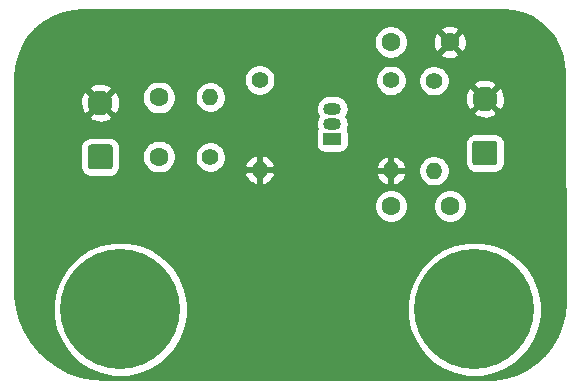
<source format=gbr>
%TF.GenerationSoftware,KiCad,Pcbnew,(5.1.7)-1*%
%TF.CreationDate,2020-12-16T00:37:39+02:00*%
%TF.ProjectId,Single_transistor_AMP,53696e67-6c65-45f7-9472-616e73697374,V1.0*%
%TF.SameCoordinates,Original*%
%TF.FileFunction,Copper,L2,Bot*%
%TF.FilePolarity,Positive*%
%FSLAX46Y46*%
G04 Gerber Fmt 4.6, Leading zero omitted, Abs format (unit mm)*
G04 Created by KiCad (PCBNEW (5.1.7)-1) date 2020-12-16 00:37:39*
%MOMM*%
%LPD*%
G01*
G04 APERTURE LIST*
%TA.AperFunction,ComponentPad*%
%ADD10C,1.600000*%
%TD*%
%TA.AperFunction,ComponentPad*%
%ADD11C,2.100000*%
%TD*%
%TA.AperFunction,ComponentPad*%
%ADD12O,1.500000X1.050000*%
%TD*%
%TA.AperFunction,ComponentPad*%
%ADD13R,1.500000X1.050000*%
%TD*%
%TA.AperFunction,ComponentPad*%
%ADD14C,1.400000*%
%TD*%
%TA.AperFunction,ComponentPad*%
%ADD15O,1.400000X1.400000*%
%TD*%
%TA.AperFunction,ComponentPad*%
%ADD16C,10.160000*%
%TD*%
%TA.AperFunction,Conductor*%
%ADD17C,0.254000*%
%TD*%
%TA.AperFunction,Conductor*%
%ADD18C,0.100000*%
%TD*%
G04 APERTURE END LIST*
D10*
%TO.P,C1,1*%
%TO.N,Net-(C1-Pad1)*%
X136245600Y-95326200D03*
%TO.P,C1,2*%
%TO.N,Net-(C1-Pad2)*%
X136245600Y-100326200D03*
%TD*%
%TO.P,C2,2*%
%TO.N,Net-(C2-Pad2)*%
X155883600Y-90627200D03*
%TO.P,C2,1*%
%TO.N,GND*%
X160883600Y-90627200D03*
%TD*%
%TO.P,C3,1*%
%TO.N,Net-(C3-Pad1)*%
X160909000Y-104521000D03*
%TO.P,C3,2*%
%TO.N,Net-(C3-Pad2)*%
X155909000Y-104521000D03*
%TD*%
%TO.P,P1,1*%
%TO.N,Net-(C1-Pad2)*%
%TA.AperFunction,ComponentPad*%
G36*
G01*
X132092600Y-101405400D02*
X130492600Y-101405400D01*
G75*
G02*
X130242600Y-101155400I0J250000D01*
G01*
X130242600Y-99555400D01*
G75*
G02*
X130492600Y-99305400I250000J0D01*
G01*
X132092600Y-99305400D01*
G75*
G02*
X132342600Y-99555400I0J-250000D01*
G01*
X132342600Y-101155400D01*
G75*
G02*
X132092600Y-101405400I-250000J0D01*
G01*
G37*
%TD.AperFunction*%
D11*
%TO.P,P1,2*%
%TO.N,GND*%
X131292600Y-95755400D03*
%TD*%
%TO.P,P2,2*%
%TO.N,GND*%
X163855400Y-95425200D03*
%TO.P,P2,1*%
%TO.N,Net-(C3-Pad1)*%
%TA.AperFunction,ComponentPad*%
G36*
G01*
X164655400Y-101075200D02*
X163055400Y-101075200D01*
G75*
G02*
X162805400Y-100825200I0J250000D01*
G01*
X162805400Y-99225200D01*
G75*
G02*
X163055400Y-98975200I250000J0D01*
G01*
X164655400Y-98975200D01*
G75*
G02*
X164905400Y-99225200I0J-250000D01*
G01*
X164905400Y-100825200D01*
G75*
G02*
X164655400Y-101075200I-250000J0D01*
G01*
G37*
%TD.AperFunction*%
%TD*%
D12*
%TO.P,Q1,2*%
%TO.N,Net-(C1-Pad1)*%
X150926800Y-97561400D03*
%TO.P,Q1,3*%
%TO.N,Net-(C2-Pad2)*%
X150926800Y-96291400D03*
D13*
%TO.P,Q1,1*%
%TO.N,Net-(C3-Pad2)*%
X150926800Y-98831400D03*
%TD*%
D14*
%TO.P,R1,1*%
%TO.N,+12V*%
X140614400Y-100380800D03*
D15*
%TO.P,R1,2*%
%TO.N,Net-(C1-Pad1)*%
X140614400Y-95300800D03*
%TD*%
D14*
%TO.P,R2,1*%
%TO.N,Net-(C1-Pad1)*%
X144780000Y-93827600D03*
D15*
%TO.P,R2,2*%
%TO.N,GND*%
X144780000Y-101447600D03*
%TD*%
%TO.P,R3,2*%
%TO.N,Net-(C3-Pad2)*%
X159537400Y-101523800D03*
D14*
%TO.P,R3,1*%
%TO.N,+12V*%
X159537400Y-93903800D03*
%TD*%
%TO.P,R4,1*%
%TO.N,Net-(C2-Pad2)*%
X155905200Y-93878400D03*
D15*
%TO.P,R4,2*%
%TO.N,GND*%
X155905200Y-101498400D03*
%TD*%
D16*
%TO.P,P3,1*%
%TO.N,+12V*%
X132996400Y-113258600D03*
%TO.P,P3,2*%
%TO.N,Earth*%
X162966400Y-113258600D03*
%TD*%
D17*
%TO.N,GND*%
X166221248Y-88005839D02*
X167040474Y-88211615D01*
X167815105Y-88548434D01*
X168524314Y-89007242D01*
X169149073Y-89575728D01*
X169672585Y-90238611D01*
X170080809Y-90978106D01*
X170362769Y-91774336D01*
X170512930Y-92617335D01*
X170536081Y-93108267D01*
X170637584Y-112661017D01*
X170555493Y-113648715D01*
X170332890Y-114593997D01*
X169973004Y-115496005D01*
X169483754Y-116334900D01*
X168875877Y-117092270D01*
X168162726Y-117751473D01*
X167359978Y-118298022D01*
X166485269Y-118719911D01*
X165557792Y-119007881D01*
X164588246Y-119157089D01*
X163996559Y-119177201D01*
X131668024Y-119177188D01*
X130604286Y-119116323D01*
X129586113Y-118913338D01*
X128606102Y-118570627D01*
X127683332Y-118094864D01*
X126835754Y-117495305D01*
X126079860Y-116783615D01*
X125430378Y-115973660D01*
X124899938Y-115081191D01*
X124498867Y-114123584D01*
X124234972Y-113119480D01*
X124185003Y-112695722D01*
X127281400Y-112695722D01*
X127281400Y-113821478D01*
X127501025Y-114925604D01*
X127931833Y-115965667D01*
X128557270Y-116901700D01*
X129353300Y-117697730D01*
X130289333Y-118323167D01*
X131329396Y-118753975D01*
X132433522Y-118973600D01*
X133559278Y-118973600D01*
X134663404Y-118753975D01*
X135703467Y-118323167D01*
X136639500Y-117697730D01*
X137435530Y-116901700D01*
X138060967Y-115965667D01*
X138491775Y-114925604D01*
X138711400Y-113821478D01*
X138711400Y-112695722D01*
X157251400Y-112695722D01*
X157251400Y-113821478D01*
X157471025Y-114925604D01*
X157901833Y-115965667D01*
X158527270Y-116901700D01*
X159323300Y-117697730D01*
X160259333Y-118323167D01*
X161299396Y-118753975D01*
X162403522Y-118973600D01*
X163529278Y-118973600D01*
X164633404Y-118753975D01*
X165673467Y-118323167D01*
X166609500Y-117697730D01*
X167405530Y-116901700D01*
X168030967Y-115965667D01*
X168461775Y-114925604D01*
X168681400Y-113821478D01*
X168681400Y-112695722D01*
X168461775Y-111591596D01*
X168030967Y-110551533D01*
X167405530Y-109615500D01*
X166609500Y-108819470D01*
X165673467Y-108194033D01*
X164633404Y-107763225D01*
X163529278Y-107543600D01*
X162403522Y-107543600D01*
X161299396Y-107763225D01*
X160259333Y-108194033D01*
X159323300Y-108819470D01*
X158527270Y-109615500D01*
X157901833Y-110551533D01*
X157471025Y-111591596D01*
X157251400Y-112695722D01*
X138711400Y-112695722D01*
X138491775Y-111591596D01*
X138060967Y-110551533D01*
X137435530Y-109615500D01*
X136639500Y-108819470D01*
X135703467Y-108194033D01*
X134663404Y-107763225D01*
X133559278Y-107543600D01*
X132433522Y-107543600D01*
X131329396Y-107763225D01*
X130289333Y-108194033D01*
X129353300Y-108819470D01*
X128557270Y-109615500D01*
X127931833Y-110551533D01*
X127501025Y-111591596D01*
X127281400Y-112695722D01*
X124185003Y-112695722D01*
X124111362Y-112071221D01*
X124104000Y-111826284D01*
X124104000Y-104379665D01*
X154474000Y-104379665D01*
X154474000Y-104662335D01*
X154529147Y-104939574D01*
X154637320Y-105200727D01*
X154794363Y-105435759D01*
X154994241Y-105635637D01*
X155229273Y-105792680D01*
X155490426Y-105900853D01*
X155767665Y-105956000D01*
X156050335Y-105956000D01*
X156327574Y-105900853D01*
X156588727Y-105792680D01*
X156823759Y-105635637D01*
X157023637Y-105435759D01*
X157180680Y-105200727D01*
X157288853Y-104939574D01*
X157344000Y-104662335D01*
X157344000Y-104379665D01*
X159474000Y-104379665D01*
X159474000Y-104662335D01*
X159529147Y-104939574D01*
X159637320Y-105200727D01*
X159794363Y-105435759D01*
X159994241Y-105635637D01*
X160229273Y-105792680D01*
X160490426Y-105900853D01*
X160767665Y-105956000D01*
X161050335Y-105956000D01*
X161327574Y-105900853D01*
X161588727Y-105792680D01*
X161823759Y-105635637D01*
X162023637Y-105435759D01*
X162180680Y-105200727D01*
X162288853Y-104939574D01*
X162344000Y-104662335D01*
X162344000Y-104379665D01*
X162288853Y-104102426D01*
X162180680Y-103841273D01*
X162023637Y-103606241D01*
X161823759Y-103406363D01*
X161588727Y-103249320D01*
X161327574Y-103141147D01*
X161050335Y-103086000D01*
X160767665Y-103086000D01*
X160490426Y-103141147D01*
X160229273Y-103249320D01*
X159994241Y-103406363D01*
X159794363Y-103606241D01*
X159637320Y-103841273D01*
X159529147Y-104102426D01*
X159474000Y-104379665D01*
X157344000Y-104379665D01*
X157288853Y-104102426D01*
X157180680Y-103841273D01*
X157023637Y-103606241D01*
X156823759Y-103406363D01*
X156588727Y-103249320D01*
X156327574Y-103141147D01*
X156050335Y-103086000D01*
X155767665Y-103086000D01*
X155490426Y-103141147D01*
X155229273Y-103249320D01*
X154994241Y-103406363D01*
X154794363Y-103606241D01*
X154637320Y-103841273D01*
X154529147Y-104102426D01*
X154474000Y-104379665D01*
X124104000Y-104379665D01*
X124104000Y-99555400D01*
X129604528Y-99555400D01*
X129604528Y-101155400D01*
X129621592Y-101328654D01*
X129672128Y-101495250D01*
X129754195Y-101648786D01*
X129864638Y-101783362D01*
X129999214Y-101893805D01*
X130152750Y-101975872D01*
X130319346Y-102026408D01*
X130492600Y-102043472D01*
X132092600Y-102043472D01*
X132265854Y-102026408D01*
X132432450Y-101975872D01*
X132585986Y-101893805D01*
X132720562Y-101783362D01*
X132722557Y-101780930D01*
X143487278Y-101780930D01*
X143577147Y-102026723D01*
X143713241Y-102250260D01*
X143890330Y-102442951D01*
X144101608Y-102597392D01*
X144338956Y-102707647D01*
X144446671Y-102740316D01*
X144653000Y-102616974D01*
X144653000Y-101574600D01*
X144907000Y-101574600D01*
X144907000Y-102616974D01*
X145113329Y-102740316D01*
X145221044Y-102707647D01*
X145458392Y-102597392D01*
X145669670Y-102442951D01*
X145846759Y-102250260D01*
X145982853Y-102026723D01*
X146054148Y-101831730D01*
X154612478Y-101831730D01*
X154702347Y-102077523D01*
X154838441Y-102301060D01*
X155015530Y-102493751D01*
X155226808Y-102648192D01*
X155464156Y-102758447D01*
X155571871Y-102791116D01*
X155778200Y-102667774D01*
X155778200Y-101625400D01*
X156032200Y-101625400D01*
X156032200Y-102667774D01*
X156238529Y-102791116D01*
X156346244Y-102758447D01*
X156583592Y-102648192D01*
X156794870Y-102493751D01*
X156971959Y-102301060D01*
X157108053Y-102077523D01*
X157197922Y-101831730D01*
X157075401Y-101625400D01*
X156032200Y-101625400D01*
X155778200Y-101625400D01*
X154734999Y-101625400D01*
X154612478Y-101831730D01*
X146054148Y-101831730D01*
X146072722Y-101780930D01*
X145950201Y-101574600D01*
X144907000Y-101574600D01*
X144653000Y-101574600D01*
X143609799Y-101574600D01*
X143487278Y-101780930D01*
X132722557Y-101780930D01*
X132831005Y-101648786D01*
X132913072Y-101495250D01*
X132963608Y-101328654D01*
X132980672Y-101155400D01*
X132980672Y-100184865D01*
X134810600Y-100184865D01*
X134810600Y-100467535D01*
X134865747Y-100744774D01*
X134973920Y-101005927D01*
X135130963Y-101240959D01*
X135330841Y-101440837D01*
X135565873Y-101597880D01*
X135827026Y-101706053D01*
X136104265Y-101761200D01*
X136386935Y-101761200D01*
X136664174Y-101706053D01*
X136925327Y-101597880D01*
X137160359Y-101440837D01*
X137360237Y-101240959D01*
X137517280Y-101005927D01*
X137625453Y-100744774D01*
X137680600Y-100467535D01*
X137680600Y-100249314D01*
X139279400Y-100249314D01*
X139279400Y-100512286D01*
X139330704Y-100770205D01*
X139431339Y-101013159D01*
X139577438Y-101231813D01*
X139763387Y-101417762D01*
X139982041Y-101563861D01*
X140224995Y-101664496D01*
X140482914Y-101715800D01*
X140745886Y-101715800D01*
X141003805Y-101664496D01*
X141246759Y-101563861D01*
X141465413Y-101417762D01*
X141490861Y-101392314D01*
X158202400Y-101392314D01*
X158202400Y-101655286D01*
X158253704Y-101913205D01*
X158354339Y-102156159D01*
X158500438Y-102374813D01*
X158686387Y-102560762D01*
X158905041Y-102706861D01*
X159147995Y-102807496D01*
X159405914Y-102858800D01*
X159668886Y-102858800D01*
X159926805Y-102807496D01*
X160169759Y-102706861D01*
X160388413Y-102560762D01*
X160574362Y-102374813D01*
X160720461Y-102156159D01*
X160821096Y-101913205D01*
X160872400Y-101655286D01*
X160872400Y-101392314D01*
X160821096Y-101134395D01*
X160720461Y-100891441D01*
X160574362Y-100672787D01*
X160388413Y-100486838D01*
X160169759Y-100340739D01*
X159926805Y-100240104D01*
X159668886Y-100188800D01*
X159405914Y-100188800D01*
X159147995Y-100240104D01*
X158905041Y-100340739D01*
X158686387Y-100486838D01*
X158500438Y-100672787D01*
X158354339Y-100891441D01*
X158253704Y-101134395D01*
X158202400Y-101392314D01*
X141490861Y-101392314D01*
X141651362Y-101231813D01*
X141729901Y-101114270D01*
X143487278Y-101114270D01*
X143609799Y-101320600D01*
X144653000Y-101320600D01*
X144653000Y-100278226D01*
X144907000Y-100278226D01*
X144907000Y-101320600D01*
X145950201Y-101320600D01*
X146042556Y-101165070D01*
X154612478Y-101165070D01*
X154734999Y-101371400D01*
X155778200Y-101371400D01*
X155778200Y-100329026D01*
X156032200Y-100329026D01*
X156032200Y-101371400D01*
X157075401Y-101371400D01*
X157197922Y-101165070D01*
X157108053Y-100919277D01*
X156971959Y-100695740D01*
X156794870Y-100503049D01*
X156583592Y-100348608D01*
X156346244Y-100238353D01*
X156238529Y-100205684D01*
X156032200Y-100329026D01*
X155778200Y-100329026D01*
X155571871Y-100205684D01*
X155464156Y-100238353D01*
X155226808Y-100348608D01*
X155015530Y-100503049D01*
X154838441Y-100695740D01*
X154702347Y-100919277D01*
X154612478Y-101165070D01*
X146042556Y-101165070D01*
X146072722Y-101114270D01*
X145982853Y-100868477D01*
X145846759Y-100644940D01*
X145669670Y-100452249D01*
X145458392Y-100297808D01*
X145221044Y-100187553D01*
X145113329Y-100154884D01*
X144907000Y-100278226D01*
X144653000Y-100278226D01*
X144446671Y-100154884D01*
X144338956Y-100187553D01*
X144101608Y-100297808D01*
X143890330Y-100452249D01*
X143713241Y-100644940D01*
X143577147Y-100868477D01*
X143487278Y-101114270D01*
X141729901Y-101114270D01*
X141797461Y-101013159D01*
X141898096Y-100770205D01*
X141949400Y-100512286D01*
X141949400Y-100249314D01*
X141898096Y-99991395D01*
X141797461Y-99748441D01*
X141651362Y-99529787D01*
X141465413Y-99343838D01*
X141246759Y-99197739D01*
X141003805Y-99097104D01*
X140745886Y-99045800D01*
X140482914Y-99045800D01*
X140224995Y-99097104D01*
X139982041Y-99197739D01*
X139763387Y-99343838D01*
X139577438Y-99529787D01*
X139431339Y-99748441D01*
X139330704Y-99991395D01*
X139279400Y-100249314D01*
X137680600Y-100249314D01*
X137680600Y-100184865D01*
X137625453Y-99907626D01*
X137517280Y-99646473D01*
X137360237Y-99411441D01*
X137160359Y-99211563D01*
X136925327Y-99054520D01*
X136664174Y-98946347D01*
X136386935Y-98891200D01*
X136104265Y-98891200D01*
X135827026Y-98946347D01*
X135565873Y-99054520D01*
X135330841Y-99211563D01*
X135130963Y-99411441D01*
X134973920Y-99646473D01*
X134865747Y-99907626D01*
X134810600Y-100184865D01*
X132980672Y-100184865D01*
X132980672Y-99555400D01*
X132963608Y-99382146D01*
X132913072Y-99215550D01*
X132831005Y-99062014D01*
X132720562Y-98927438D01*
X132585986Y-98816995D01*
X132432450Y-98734928D01*
X132265854Y-98684392D01*
X132092600Y-98667328D01*
X130492600Y-98667328D01*
X130319346Y-98684392D01*
X130152750Y-98734928D01*
X129999214Y-98816995D01*
X129864638Y-98927438D01*
X129754195Y-99062014D01*
X129672128Y-99215550D01*
X129621592Y-99382146D01*
X129604528Y-99555400D01*
X124104000Y-99555400D01*
X124104000Y-96926466D01*
X130301139Y-96926466D01*
X130402939Y-97195979D01*
X130701077Y-97341863D01*
X131021946Y-97426780D01*
X131353217Y-97447466D01*
X131682157Y-97403128D01*
X131996127Y-97295469D01*
X132182261Y-97195979D01*
X132284061Y-96926466D01*
X131292600Y-95935005D01*
X130301139Y-96926466D01*
X124104000Y-96926466D01*
X124104000Y-95816017D01*
X129600534Y-95816017D01*
X129644872Y-96144957D01*
X129752531Y-96458927D01*
X129852021Y-96645061D01*
X130121534Y-96746861D01*
X131112995Y-95755400D01*
X131472205Y-95755400D01*
X132463666Y-96746861D01*
X132733179Y-96645061D01*
X132879063Y-96346923D01*
X132963980Y-96026054D01*
X132984666Y-95694783D01*
X132940328Y-95365843D01*
X132878272Y-95184865D01*
X134810600Y-95184865D01*
X134810600Y-95467535D01*
X134865747Y-95744774D01*
X134973920Y-96005927D01*
X135130963Y-96240959D01*
X135330841Y-96440837D01*
X135565873Y-96597880D01*
X135827026Y-96706053D01*
X136104265Y-96761200D01*
X136386935Y-96761200D01*
X136664174Y-96706053D01*
X136925327Y-96597880D01*
X137160359Y-96440837D01*
X137360237Y-96240959D01*
X137517280Y-96005927D01*
X137625453Y-95744774D01*
X137680600Y-95467535D01*
X137680600Y-95184865D01*
X137677507Y-95169314D01*
X139279400Y-95169314D01*
X139279400Y-95432286D01*
X139330704Y-95690205D01*
X139431339Y-95933159D01*
X139577438Y-96151813D01*
X139763387Y-96337762D01*
X139982041Y-96483861D01*
X140224995Y-96584496D01*
X140482914Y-96635800D01*
X140745886Y-96635800D01*
X141003805Y-96584496D01*
X141246759Y-96483861D01*
X141465413Y-96337762D01*
X141511775Y-96291400D01*
X149536188Y-96291400D01*
X149558585Y-96518800D01*
X149624915Y-96737460D01*
X149725905Y-96926400D01*
X149624915Y-97115340D01*
X149558585Y-97334000D01*
X149536188Y-97561400D01*
X149558585Y-97788800D01*
X149621893Y-97997498D01*
X149587298Y-98062220D01*
X149550988Y-98181918D01*
X149538728Y-98306400D01*
X149538728Y-99356400D01*
X149550988Y-99480882D01*
X149587298Y-99600580D01*
X149646263Y-99710894D01*
X149725615Y-99807585D01*
X149822306Y-99886937D01*
X149932620Y-99945902D01*
X150052318Y-99982212D01*
X150176800Y-99994472D01*
X151676800Y-99994472D01*
X151801282Y-99982212D01*
X151920980Y-99945902D01*
X152031294Y-99886937D01*
X152127985Y-99807585D01*
X152207337Y-99710894D01*
X152266302Y-99600580D01*
X152302612Y-99480882D01*
X152314872Y-99356400D01*
X152314872Y-99225200D01*
X162167328Y-99225200D01*
X162167328Y-100825200D01*
X162184392Y-100998454D01*
X162234928Y-101165050D01*
X162316995Y-101318586D01*
X162427438Y-101453162D01*
X162562014Y-101563605D01*
X162715550Y-101645672D01*
X162882146Y-101696208D01*
X163055400Y-101713272D01*
X164655400Y-101713272D01*
X164828654Y-101696208D01*
X164995250Y-101645672D01*
X165148786Y-101563605D01*
X165283362Y-101453162D01*
X165393805Y-101318586D01*
X165475872Y-101165050D01*
X165526408Y-100998454D01*
X165543472Y-100825200D01*
X165543472Y-99225200D01*
X165526408Y-99051946D01*
X165475872Y-98885350D01*
X165393805Y-98731814D01*
X165283362Y-98597238D01*
X165148786Y-98486795D01*
X164995250Y-98404728D01*
X164828654Y-98354192D01*
X164655400Y-98337128D01*
X163055400Y-98337128D01*
X162882146Y-98354192D01*
X162715550Y-98404728D01*
X162562014Y-98486795D01*
X162427438Y-98597238D01*
X162316995Y-98731814D01*
X162234928Y-98885350D01*
X162184392Y-99051946D01*
X162167328Y-99225200D01*
X152314872Y-99225200D01*
X152314872Y-98306400D01*
X152302612Y-98181918D01*
X152266302Y-98062220D01*
X152231707Y-97997498D01*
X152295015Y-97788800D01*
X152317412Y-97561400D01*
X152295015Y-97334000D01*
X152228685Y-97115340D01*
X152127695Y-96926400D01*
X152228685Y-96737460D01*
X152271515Y-96596266D01*
X162863939Y-96596266D01*
X162965739Y-96865779D01*
X163263877Y-97011663D01*
X163584746Y-97096580D01*
X163916017Y-97117266D01*
X164244957Y-97072928D01*
X164558927Y-96965269D01*
X164745061Y-96865779D01*
X164846861Y-96596266D01*
X163855400Y-95604805D01*
X162863939Y-96596266D01*
X152271515Y-96596266D01*
X152295015Y-96518800D01*
X152317412Y-96291400D01*
X152295015Y-96064000D01*
X152228685Y-95845340D01*
X152120971Y-95643821D01*
X151991301Y-95485817D01*
X162163334Y-95485817D01*
X162207672Y-95814757D01*
X162315331Y-96128727D01*
X162414821Y-96314861D01*
X162684334Y-96416661D01*
X163675795Y-95425200D01*
X164035005Y-95425200D01*
X165026466Y-96416661D01*
X165295979Y-96314861D01*
X165441863Y-96016723D01*
X165526780Y-95695854D01*
X165547466Y-95364583D01*
X165503128Y-95035643D01*
X165395469Y-94721673D01*
X165295979Y-94535539D01*
X165026466Y-94433739D01*
X164035005Y-95425200D01*
X163675795Y-95425200D01*
X162684334Y-94433739D01*
X162414821Y-94535539D01*
X162268937Y-94833677D01*
X162184020Y-95154546D01*
X162163334Y-95485817D01*
X151991301Y-95485817D01*
X151976012Y-95467188D01*
X151799379Y-95322229D01*
X151597860Y-95214515D01*
X151379200Y-95148185D01*
X151208779Y-95131400D01*
X150644821Y-95131400D01*
X150474400Y-95148185D01*
X150255740Y-95214515D01*
X150054221Y-95322229D01*
X149877588Y-95467188D01*
X149732629Y-95643821D01*
X149624915Y-95845340D01*
X149558585Y-96064000D01*
X149536188Y-96291400D01*
X141511775Y-96291400D01*
X141651362Y-96151813D01*
X141797461Y-95933159D01*
X141898096Y-95690205D01*
X141949400Y-95432286D01*
X141949400Y-95169314D01*
X141898096Y-94911395D01*
X141797461Y-94668441D01*
X141651362Y-94449787D01*
X141465413Y-94263838D01*
X141246759Y-94117739D01*
X141003805Y-94017104D01*
X140745886Y-93965800D01*
X140482914Y-93965800D01*
X140224995Y-94017104D01*
X139982041Y-94117739D01*
X139763387Y-94263838D01*
X139577438Y-94449787D01*
X139431339Y-94668441D01*
X139330704Y-94911395D01*
X139279400Y-95169314D01*
X137677507Y-95169314D01*
X137625453Y-94907626D01*
X137517280Y-94646473D01*
X137360237Y-94411441D01*
X137160359Y-94211563D01*
X136925327Y-94054520D01*
X136664174Y-93946347D01*
X136386935Y-93891200D01*
X136104265Y-93891200D01*
X135827026Y-93946347D01*
X135565873Y-94054520D01*
X135330841Y-94211563D01*
X135130963Y-94411441D01*
X134973920Y-94646473D01*
X134865747Y-94907626D01*
X134810600Y-95184865D01*
X132878272Y-95184865D01*
X132832669Y-95051873D01*
X132733179Y-94865739D01*
X132463666Y-94763939D01*
X131472205Y-95755400D01*
X131112995Y-95755400D01*
X130121534Y-94763939D01*
X129852021Y-94865739D01*
X129706137Y-95163877D01*
X129621220Y-95484746D01*
X129600534Y-95816017D01*
X124104000Y-95816017D01*
X124104000Y-94584334D01*
X130301139Y-94584334D01*
X131292600Y-95575795D01*
X132284061Y-94584334D01*
X132182261Y-94314821D01*
X131884123Y-94168937D01*
X131563254Y-94084020D01*
X131231983Y-94063334D01*
X130903043Y-94107672D01*
X130589073Y-94215331D01*
X130402939Y-94314821D01*
X130301139Y-94584334D01*
X124104000Y-94584334D01*
X124104000Y-93696114D01*
X143445000Y-93696114D01*
X143445000Y-93959086D01*
X143496304Y-94217005D01*
X143596939Y-94459959D01*
X143743038Y-94678613D01*
X143928987Y-94864562D01*
X144147641Y-95010661D01*
X144390595Y-95111296D01*
X144648514Y-95162600D01*
X144911486Y-95162600D01*
X145169405Y-95111296D01*
X145412359Y-95010661D01*
X145631013Y-94864562D01*
X145816962Y-94678613D01*
X145963061Y-94459959D01*
X146063696Y-94217005D01*
X146115000Y-93959086D01*
X146115000Y-93746914D01*
X154570200Y-93746914D01*
X154570200Y-94009886D01*
X154621504Y-94267805D01*
X154722139Y-94510759D01*
X154868238Y-94729413D01*
X155054187Y-94915362D01*
X155272841Y-95061461D01*
X155515795Y-95162096D01*
X155773714Y-95213400D01*
X156036686Y-95213400D01*
X156294605Y-95162096D01*
X156537559Y-95061461D01*
X156756213Y-94915362D01*
X156942162Y-94729413D01*
X157088261Y-94510759D01*
X157188896Y-94267805D01*
X157240200Y-94009886D01*
X157240200Y-93772314D01*
X158202400Y-93772314D01*
X158202400Y-94035286D01*
X158253704Y-94293205D01*
X158354339Y-94536159D01*
X158500438Y-94754813D01*
X158686387Y-94940762D01*
X158905041Y-95086861D01*
X159147995Y-95187496D01*
X159405914Y-95238800D01*
X159668886Y-95238800D01*
X159926805Y-95187496D01*
X160169759Y-95086861D01*
X160388413Y-94940762D01*
X160574362Y-94754813D01*
X160720461Y-94536159D01*
X160821096Y-94293205D01*
X160828867Y-94254134D01*
X162863939Y-94254134D01*
X163855400Y-95245595D01*
X164846861Y-94254134D01*
X164745061Y-93984621D01*
X164446923Y-93838737D01*
X164126054Y-93753820D01*
X163794783Y-93733134D01*
X163465843Y-93777472D01*
X163151873Y-93885131D01*
X162965739Y-93984621D01*
X162863939Y-94254134D01*
X160828867Y-94254134D01*
X160872400Y-94035286D01*
X160872400Y-93772314D01*
X160821096Y-93514395D01*
X160720461Y-93271441D01*
X160574362Y-93052787D01*
X160388413Y-92866838D01*
X160169759Y-92720739D01*
X159926805Y-92620104D01*
X159668886Y-92568800D01*
X159405914Y-92568800D01*
X159147995Y-92620104D01*
X158905041Y-92720739D01*
X158686387Y-92866838D01*
X158500438Y-93052787D01*
X158354339Y-93271441D01*
X158253704Y-93514395D01*
X158202400Y-93772314D01*
X157240200Y-93772314D01*
X157240200Y-93746914D01*
X157188896Y-93488995D01*
X157088261Y-93246041D01*
X156942162Y-93027387D01*
X156756213Y-92841438D01*
X156537559Y-92695339D01*
X156294605Y-92594704D01*
X156036686Y-92543400D01*
X155773714Y-92543400D01*
X155515795Y-92594704D01*
X155272841Y-92695339D01*
X155054187Y-92841438D01*
X154868238Y-93027387D01*
X154722139Y-93246041D01*
X154621504Y-93488995D01*
X154570200Y-93746914D01*
X146115000Y-93746914D01*
X146115000Y-93696114D01*
X146063696Y-93438195D01*
X145963061Y-93195241D01*
X145816962Y-92976587D01*
X145631013Y-92790638D01*
X145412359Y-92644539D01*
X145169405Y-92543904D01*
X144911486Y-92492600D01*
X144648514Y-92492600D01*
X144390595Y-92543904D01*
X144147641Y-92644539D01*
X143928987Y-92790638D01*
X143743038Y-92976587D01*
X143596939Y-93195241D01*
X143496304Y-93438195D01*
X143445000Y-93696114D01*
X124104000Y-93696114D01*
X124104000Y-93624174D01*
X124175007Y-92694777D01*
X124387142Y-91815833D01*
X124737075Y-90982111D01*
X125046790Y-90485865D01*
X154448600Y-90485865D01*
X154448600Y-90768535D01*
X154503747Y-91045774D01*
X154611920Y-91306927D01*
X154768963Y-91541959D01*
X154968841Y-91741837D01*
X155203873Y-91898880D01*
X155465026Y-92007053D01*
X155742265Y-92062200D01*
X156024935Y-92062200D01*
X156302174Y-92007053D01*
X156563327Y-91898880D01*
X156798359Y-91741837D01*
X156920294Y-91619902D01*
X160070503Y-91619902D01*
X160142086Y-91863871D01*
X160397596Y-91984771D01*
X160671784Y-92053500D01*
X160954112Y-92067417D01*
X161233730Y-92025987D01*
X161499892Y-91930803D01*
X161625114Y-91863871D01*
X161696697Y-91619902D01*
X160883600Y-90806805D01*
X160070503Y-91619902D01*
X156920294Y-91619902D01*
X156998237Y-91541959D01*
X157155280Y-91306927D01*
X157263453Y-91045774D01*
X157318600Y-90768535D01*
X157318600Y-90697712D01*
X159443383Y-90697712D01*
X159484813Y-90977330D01*
X159579997Y-91243492D01*
X159646929Y-91368714D01*
X159890898Y-91440297D01*
X160703995Y-90627200D01*
X161063205Y-90627200D01*
X161876302Y-91440297D01*
X162120271Y-91368714D01*
X162241171Y-91113204D01*
X162309900Y-90839016D01*
X162323817Y-90556688D01*
X162282387Y-90277070D01*
X162187203Y-90010908D01*
X162120271Y-89885686D01*
X161876302Y-89814103D01*
X161063205Y-90627200D01*
X160703995Y-90627200D01*
X159890898Y-89814103D01*
X159646929Y-89885686D01*
X159526029Y-90141196D01*
X159457300Y-90415384D01*
X159443383Y-90697712D01*
X157318600Y-90697712D01*
X157318600Y-90485865D01*
X157263453Y-90208626D01*
X157155280Y-89947473D01*
X156998237Y-89712441D01*
X156920294Y-89634498D01*
X160070503Y-89634498D01*
X160883600Y-90447595D01*
X161696697Y-89634498D01*
X161625114Y-89390529D01*
X161369604Y-89269629D01*
X161095416Y-89200900D01*
X160813088Y-89186983D01*
X160533470Y-89228413D01*
X160267308Y-89323597D01*
X160142086Y-89390529D01*
X160070503Y-89634498D01*
X156920294Y-89634498D01*
X156798359Y-89512563D01*
X156563327Y-89355520D01*
X156302174Y-89247347D01*
X156024935Y-89192200D01*
X155742265Y-89192200D01*
X155465026Y-89247347D01*
X155203873Y-89355520D01*
X154968841Y-89512563D01*
X154768963Y-89712441D01*
X154611920Y-89947473D01*
X154503747Y-90208626D01*
X154448600Y-90485865D01*
X125046790Y-90485865D01*
X125215805Y-90215059D01*
X125811009Y-89534420D01*
X126507383Y-88957693D01*
X127287002Y-88499727D01*
X128129813Y-88172296D01*
X129018491Y-87982899D01*
X129789347Y-87934400D01*
X165352311Y-87934400D01*
X166221248Y-88005839D01*
%TA.AperFunction,Conductor*%
D18*
G36*
X166221248Y-88005839D02*
G01*
X167040474Y-88211615D01*
X167815105Y-88548434D01*
X168524314Y-89007242D01*
X169149073Y-89575728D01*
X169672585Y-90238611D01*
X170080809Y-90978106D01*
X170362769Y-91774336D01*
X170512930Y-92617335D01*
X170536081Y-93108267D01*
X170637584Y-112661017D01*
X170555493Y-113648715D01*
X170332890Y-114593997D01*
X169973004Y-115496005D01*
X169483754Y-116334900D01*
X168875877Y-117092270D01*
X168162726Y-117751473D01*
X167359978Y-118298022D01*
X166485269Y-118719911D01*
X165557792Y-119007881D01*
X164588246Y-119157089D01*
X163996559Y-119177201D01*
X131668024Y-119177188D01*
X130604286Y-119116323D01*
X129586113Y-118913338D01*
X128606102Y-118570627D01*
X127683332Y-118094864D01*
X126835754Y-117495305D01*
X126079860Y-116783615D01*
X125430378Y-115973660D01*
X124899938Y-115081191D01*
X124498867Y-114123584D01*
X124234972Y-113119480D01*
X124185003Y-112695722D01*
X127281400Y-112695722D01*
X127281400Y-113821478D01*
X127501025Y-114925604D01*
X127931833Y-115965667D01*
X128557270Y-116901700D01*
X129353300Y-117697730D01*
X130289333Y-118323167D01*
X131329396Y-118753975D01*
X132433522Y-118973600D01*
X133559278Y-118973600D01*
X134663404Y-118753975D01*
X135703467Y-118323167D01*
X136639500Y-117697730D01*
X137435530Y-116901700D01*
X138060967Y-115965667D01*
X138491775Y-114925604D01*
X138711400Y-113821478D01*
X138711400Y-112695722D01*
X157251400Y-112695722D01*
X157251400Y-113821478D01*
X157471025Y-114925604D01*
X157901833Y-115965667D01*
X158527270Y-116901700D01*
X159323300Y-117697730D01*
X160259333Y-118323167D01*
X161299396Y-118753975D01*
X162403522Y-118973600D01*
X163529278Y-118973600D01*
X164633404Y-118753975D01*
X165673467Y-118323167D01*
X166609500Y-117697730D01*
X167405530Y-116901700D01*
X168030967Y-115965667D01*
X168461775Y-114925604D01*
X168681400Y-113821478D01*
X168681400Y-112695722D01*
X168461775Y-111591596D01*
X168030967Y-110551533D01*
X167405530Y-109615500D01*
X166609500Y-108819470D01*
X165673467Y-108194033D01*
X164633404Y-107763225D01*
X163529278Y-107543600D01*
X162403522Y-107543600D01*
X161299396Y-107763225D01*
X160259333Y-108194033D01*
X159323300Y-108819470D01*
X158527270Y-109615500D01*
X157901833Y-110551533D01*
X157471025Y-111591596D01*
X157251400Y-112695722D01*
X138711400Y-112695722D01*
X138491775Y-111591596D01*
X138060967Y-110551533D01*
X137435530Y-109615500D01*
X136639500Y-108819470D01*
X135703467Y-108194033D01*
X134663404Y-107763225D01*
X133559278Y-107543600D01*
X132433522Y-107543600D01*
X131329396Y-107763225D01*
X130289333Y-108194033D01*
X129353300Y-108819470D01*
X128557270Y-109615500D01*
X127931833Y-110551533D01*
X127501025Y-111591596D01*
X127281400Y-112695722D01*
X124185003Y-112695722D01*
X124111362Y-112071221D01*
X124104000Y-111826284D01*
X124104000Y-104379665D01*
X154474000Y-104379665D01*
X154474000Y-104662335D01*
X154529147Y-104939574D01*
X154637320Y-105200727D01*
X154794363Y-105435759D01*
X154994241Y-105635637D01*
X155229273Y-105792680D01*
X155490426Y-105900853D01*
X155767665Y-105956000D01*
X156050335Y-105956000D01*
X156327574Y-105900853D01*
X156588727Y-105792680D01*
X156823759Y-105635637D01*
X157023637Y-105435759D01*
X157180680Y-105200727D01*
X157288853Y-104939574D01*
X157344000Y-104662335D01*
X157344000Y-104379665D01*
X159474000Y-104379665D01*
X159474000Y-104662335D01*
X159529147Y-104939574D01*
X159637320Y-105200727D01*
X159794363Y-105435759D01*
X159994241Y-105635637D01*
X160229273Y-105792680D01*
X160490426Y-105900853D01*
X160767665Y-105956000D01*
X161050335Y-105956000D01*
X161327574Y-105900853D01*
X161588727Y-105792680D01*
X161823759Y-105635637D01*
X162023637Y-105435759D01*
X162180680Y-105200727D01*
X162288853Y-104939574D01*
X162344000Y-104662335D01*
X162344000Y-104379665D01*
X162288853Y-104102426D01*
X162180680Y-103841273D01*
X162023637Y-103606241D01*
X161823759Y-103406363D01*
X161588727Y-103249320D01*
X161327574Y-103141147D01*
X161050335Y-103086000D01*
X160767665Y-103086000D01*
X160490426Y-103141147D01*
X160229273Y-103249320D01*
X159994241Y-103406363D01*
X159794363Y-103606241D01*
X159637320Y-103841273D01*
X159529147Y-104102426D01*
X159474000Y-104379665D01*
X157344000Y-104379665D01*
X157288853Y-104102426D01*
X157180680Y-103841273D01*
X157023637Y-103606241D01*
X156823759Y-103406363D01*
X156588727Y-103249320D01*
X156327574Y-103141147D01*
X156050335Y-103086000D01*
X155767665Y-103086000D01*
X155490426Y-103141147D01*
X155229273Y-103249320D01*
X154994241Y-103406363D01*
X154794363Y-103606241D01*
X154637320Y-103841273D01*
X154529147Y-104102426D01*
X154474000Y-104379665D01*
X124104000Y-104379665D01*
X124104000Y-99555400D01*
X129604528Y-99555400D01*
X129604528Y-101155400D01*
X129621592Y-101328654D01*
X129672128Y-101495250D01*
X129754195Y-101648786D01*
X129864638Y-101783362D01*
X129999214Y-101893805D01*
X130152750Y-101975872D01*
X130319346Y-102026408D01*
X130492600Y-102043472D01*
X132092600Y-102043472D01*
X132265854Y-102026408D01*
X132432450Y-101975872D01*
X132585986Y-101893805D01*
X132720562Y-101783362D01*
X132722557Y-101780930D01*
X143487278Y-101780930D01*
X143577147Y-102026723D01*
X143713241Y-102250260D01*
X143890330Y-102442951D01*
X144101608Y-102597392D01*
X144338956Y-102707647D01*
X144446671Y-102740316D01*
X144653000Y-102616974D01*
X144653000Y-101574600D01*
X144907000Y-101574600D01*
X144907000Y-102616974D01*
X145113329Y-102740316D01*
X145221044Y-102707647D01*
X145458392Y-102597392D01*
X145669670Y-102442951D01*
X145846759Y-102250260D01*
X145982853Y-102026723D01*
X146054148Y-101831730D01*
X154612478Y-101831730D01*
X154702347Y-102077523D01*
X154838441Y-102301060D01*
X155015530Y-102493751D01*
X155226808Y-102648192D01*
X155464156Y-102758447D01*
X155571871Y-102791116D01*
X155778200Y-102667774D01*
X155778200Y-101625400D01*
X156032200Y-101625400D01*
X156032200Y-102667774D01*
X156238529Y-102791116D01*
X156346244Y-102758447D01*
X156583592Y-102648192D01*
X156794870Y-102493751D01*
X156971959Y-102301060D01*
X157108053Y-102077523D01*
X157197922Y-101831730D01*
X157075401Y-101625400D01*
X156032200Y-101625400D01*
X155778200Y-101625400D01*
X154734999Y-101625400D01*
X154612478Y-101831730D01*
X146054148Y-101831730D01*
X146072722Y-101780930D01*
X145950201Y-101574600D01*
X144907000Y-101574600D01*
X144653000Y-101574600D01*
X143609799Y-101574600D01*
X143487278Y-101780930D01*
X132722557Y-101780930D01*
X132831005Y-101648786D01*
X132913072Y-101495250D01*
X132963608Y-101328654D01*
X132980672Y-101155400D01*
X132980672Y-100184865D01*
X134810600Y-100184865D01*
X134810600Y-100467535D01*
X134865747Y-100744774D01*
X134973920Y-101005927D01*
X135130963Y-101240959D01*
X135330841Y-101440837D01*
X135565873Y-101597880D01*
X135827026Y-101706053D01*
X136104265Y-101761200D01*
X136386935Y-101761200D01*
X136664174Y-101706053D01*
X136925327Y-101597880D01*
X137160359Y-101440837D01*
X137360237Y-101240959D01*
X137517280Y-101005927D01*
X137625453Y-100744774D01*
X137680600Y-100467535D01*
X137680600Y-100249314D01*
X139279400Y-100249314D01*
X139279400Y-100512286D01*
X139330704Y-100770205D01*
X139431339Y-101013159D01*
X139577438Y-101231813D01*
X139763387Y-101417762D01*
X139982041Y-101563861D01*
X140224995Y-101664496D01*
X140482914Y-101715800D01*
X140745886Y-101715800D01*
X141003805Y-101664496D01*
X141246759Y-101563861D01*
X141465413Y-101417762D01*
X141490861Y-101392314D01*
X158202400Y-101392314D01*
X158202400Y-101655286D01*
X158253704Y-101913205D01*
X158354339Y-102156159D01*
X158500438Y-102374813D01*
X158686387Y-102560762D01*
X158905041Y-102706861D01*
X159147995Y-102807496D01*
X159405914Y-102858800D01*
X159668886Y-102858800D01*
X159926805Y-102807496D01*
X160169759Y-102706861D01*
X160388413Y-102560762D01*
X160574362Y-102374813D01*
X160720461Y-102156159D01*
X160821096Y-101913205D01*
X160872400Y-101655286D01*
X160872400Y-101392314D01*
X160821096Y-101134395D01*
X160720461Y-100891441D01*
X160574362Y-100672787D01*
X160388413Y-100486838D01*
X160169759Y-100340739D01*
X159926805Y-100240104D01*
X159668886Y-100188800D01*
X159405914Y-100188800D01*
X159147995Y-100240104D01*
X158905041Y-100340739D01*
X158686387Y-100486838D01*
X158500438Y-100672787D01*
X158354339Y-100891441D01*
X158253704Y-101134395D01*
X158202400Y-101392314D01*
X141490861Y-101392314D01*
X141651362Y-101231813D01*
X141729901Y-101114270D01*
X143487278Y-101114270D01*
X143609799Y-101320600D01*
X144653000Y-101320600D01*
X144653000Y-100278226D01*
X144907000Y-100278226D01*
X144907000Y-101320600D01*
X145950201Y-101320600D01*
X146042556Y-101165070D01*
X154612478Y-101165070D01*
X154734999Y-101371400D01*
X155778200Y-101371400D01*
X155778200Y-100329026D01*
X156032200Y-100329026D01*
X156032200Y-101371400D01*
X157075401Y-101371400D01*
X157197922Y-101165070D01*
X157108053Y-100919277D01*
X156971959Y-100695740D01*
X156794870Y-100503049D01*
X156583592Y-100348608D01*
X156346244Y-100238353D01*
X156238529Y-100205684D01*
X156032200Y-100329026D01*
X155778200Y-100329026D01*
X155571871Y-100205684D01*
X155464156Y-100238353D01*
X155226808Y-100348608D01*
X155015530Y-100503049D01*
X154838441Y-100695740D01*
X154702347Y-100919277D01*
X154612478Y-101165070D01*
X146042556Y-101165070D01*
X146072722Y-101114270D01*
X145982853Y-100868477D01*
X145846759Y-100644940D01*
X145669670Y-100452249D01*
X145458392Y-100297808D01*
X145221044Y-100187553D01*
X145113329Y-100154884D01*
X144907000Y-100278226D01*
X144653000Y-100278226D01*
X144446671Y-100154884D01*
X144338956Y-100187553D01*
X144101608Y-100297808D01*
X143890330Y-100452249D01*
X143713241Y-100644940D01*
X143577147Y-100868477D01*
X143487278Y-101114270D01*
X141729901Y-101114270D01*
X141797461Y-101013159D01*
X141898096Y-100770205D01*
X141949400Y-100512286D01*
X141949400Y-100249314D01*
X141898096Y-99991395D01*
X141797461Y-99748441D01*
X141651362Y-99529787D01*
X141465413Y-99343838D01*
X141246759Y-99197739D01*
X141003805Y-99097104D01*
X140745886Y-99045800D01*
X140482914Y-99045800D01*
X140224995Y-99097104D01*
X139982041Y-99197739D01*
X139763387Y-99343838D01*
X139577438Y-99529787D01*
X139431339Y-99748441D01*
X139330704Y-99991395D01*
X139279400Y-100249314D01*
X137680600Y-100249314D01*
X137680600Y-100184865D01*
X137625453Y-99907626D01*
X137517280Y-99646473D01*
X137360237Y-99411441D01*
X137160359Y-99211563D01*
X136925327Y-99054520D01*
X136664174Y-98946347D01*
X136386935Y-98891200D01*
X136104265Y-98891200D01*
X135827026Y-98946347D01*
X135565873Y-99054520D01*
X135330841Y-99211563D01*
X135130963Y-99411441D01*
X134973920Y-99646473D01*
X134865747Y-99907626D01*
X134810600Y-100184865D01*
X132980672Y-100184865D01*
X132980672Y-99555400D01*
X132963608Y-99382146D01*
X132913072Y-99215550D01*
X132831005Y-99062014D01*
X132720562Y-98927438D01*
X132585986Y-98816995D01*
X132432450Y-98734928D01*
X132265854Y-98684392D01*
X132092600Y-98667328D01*
X130492600Y-98667328D01*
X130319346Y-98684392D01*
X130152750Y-98734928D01*
X129999214Y-98816995D01*
X129864638Y-98927438D01*
X129754195Y-99062014D01*
X129672128Y-99215550D01*
X129621592Y-99382146D01*
X129604528Y-99555400D01*
X124104000Y-99555400D01*
X124104000Y-96926466D01*
X130301139Y-96926466D01*
X130402939Y-97195979D01*
X130701077Y-97341863D01*
X131021946Y-97426780D01*
X131353217Y-97447466D01*
X131682157Y-97403128D01*
X131996127Y-97295469D01*
X132182261Y-97195979D01*
X132284061Y-96926466D01*
X131292600Y-95935005D01*
X130301139Y-96926466D01*
X124104000Y-96926466D01*
X124104000Y-95816017D01*
X129600534Y-95816017D01*
X129644872Y-96144957D01*
X129752531Y-96458927D01*
X129852021Y-96645061D01*
X130121534Y-96746861D01*
X131112995Y-95755400D01*
X131472205Y-95755400D01*
X132463666Y-96746861D01*
X132733179Y-96645061D01*
X132879063Y-96346923D01*
X132963980Y-96026054D01*
X132984666Y-95694783D01*
X132940328Y-95365843D01*
X132878272Y-95184865D01*
X134810600Y-95184865D01*
X134810600Y-95467535D01*
X134865747Y-95744774D01*
X134973920Y-96005927D01*
X135130963Y-96240959D01*
X135330841Y-96440837D01*
X135565873Y-96597880D01*
X135827026Y-96706053D01*
X136104265Y-96761200D01*
X136386935Y-96761200D01*
X136664174Y-96706053D01*
X136925327Y-96597880D01*
X137160359Y-96440837D01*
X137360237Y-96240959D01*
X137517280Y-96005927D01*
X137625453Y-95744774D01*
X137680600Y-95467535D01*
X137680600Y-95184865D01*
X137677507Y-95169314D01*
X139279400Y-95169314D01*
X139279400Y-95432286D01*
X139330704Y-95690205D01*
X139431339Y-95933159D01*
X139577438Y-96151813D01*
X139763387Y-96337762D01*
X139982041Y-96483861D01*
X140224995Y-96584496D01*
X140482914Y-96635800D01*
X140745886Y-96635800D01*
X141003805Y-96584496D01*
X141246759Y-96483861D01*
X141465413Y-96337762D01*
X141511775Y-96291400D01*
X149536188Y-96291400D01*
X149558585Y-96518800D01*
X149624915Y-96737460D01*
X149725905Y-96926400D01*
X149624915Y-97115340D01*
X149558585Y-97334000D01*
X149536188Y-97561400D01*
X149558585Y-97788800D01*
X149621893Y-97997498D01*
X149587298Y-98062220D01*
X149550988Y-98181918D01*
X149538728Y-98306400D01*
X149538728Y-99356400D01*
X149550988Y-99480882D01*
X149587298Y-99600580D01*
X149646263Y-99710894D01*
X149725615Y-99807585D01*
X149822306Y-99886937D01*
X149932620Y-99945902D01*
X150052318Y-99982212D01*
X150176800Y-99994472D01*
X151676800Y-99994472D01*
X151801282Y-99982212D01*
X151920980Y-99945902D01*
X152031294Y-99886937D01*
X152127985Y-99807585D01*
X152207337Y-99710894D01*
X152266302Y-99600580D01*
X152302612Y-99480882D01*
X152314872Y-99356400D01*
X152314872Y-99225200D01*
X162167328Y-99225200D01*
X162167328Y-100825200D01*
X162184392Y-100998454D01*
X162234928Y-101165050D01*
X162316995Y-101318586D01*
X162427438Y-101453162D01*
X162562014Y-101563605D01*
X162715550Y-101645672D01*
X162882146Y-101696208D01*
X163055400Y-101713272D01*
X164655400Y-101713272D01*
X164828654Y-101696208D01*
X164995250Y-101645672D01*
X165148786Y-101563605D01*
X165283362Y-101453162D01*
X165393805Y-101318586D01*
X165475872Y-101165050D01*
X165526408Y-100998454D01*
X165543472Y-100825200D01*
X165543472Y-99225200D01*
X165526408Y-99051946D01*
X165475872Y-98885350D01*
X165393805Y-98731814D01*
X165283362Y-98597238D01*
X165148786Y-98486795D01*
X164995250Y-98404728D01*
X164828654Y-98354192D01*
X164655400Y-98337128D01*
X163055400Y-98337128D01*
X162882146Y-98354192D01*
X162715550Y-98404728D01*
X162562014Y-98486795D01*
X162427438Y-98597238D01*
X162316995Y-98731814D01*
X162234928Y-98885350D01*
X162184392Y-99051946D01*
X162167328Y-99225200D01*
X152314872Y-99225200D01*
X152314872Y-98306400D01*
X152302612Y-98181918D01*
X152266302Y-98062220D01*
X152231707Y-97997498D01*
X152295015Y-97788800D01*
X152317412Y-97561400D01*
X152295015Y-97334000D01*
X152228685Y-97115340D01*
X152127695Y-96926400D01*
X152228685Y-96737460D01*
X152271515Y-96596266D01*
X162863939Y-96596266D01*
X162965739Y-96865779D01*
X163263877Y-97011663D01*
X163584746Y-97096580D01*
X163916017Y-97117266D01*
X164244957Y-97072928D01*
X164558927Y-96965269D01*
X164745061Y-96865779D01*
X164846861Y-96596266D01*
X163855400Y-95604805D01*
X162863939Y-96596266D01*
X152271515Y-96596266D01*
X152295015Y-96518800D01*
X152317412Y-96291400D01*
X152295015Y-96064000D01*
X152228685Y-95845340D01*
X152120971Y-95643821D01*
X151991301Y-95485817D01*
X162163334Y-95485817D01*
X162207672Y-95814757D01*
X162315331Y-96128727D01*
X162414821Y-96314861D01*
X162684334Y-96416661D01*
X163675795Y-95425200D01*
X164035005Y-95425200D01*
X165026466Y-96416661D01*
X165295979Y-96314861D01*
X165441863Y-96016723D01*
X165526780Y-95695854D01*
X165547466Y-95364583D01*
X165503128Y-95035643D01*
X165395469Y-94721673D01*
X165295979Y-94535539D01*
X165026466Y-94433739D01*
X164035005Y-95425200D01*
X163675795Y-95425200D01*
X162684334Y-94433739D01*
X162414821Y-94535539D01*
X162268937Y-94833677D01*
X162184020Y-95154546D01*
X162163334Y-95485817D01*
X151991301Y-95485817D01*
X151976012Y-95467188D01*
X151799379Y-95322229D01*
X151597860Y-95214515D01*
X151379200Y-95148185D01*
X151208779Y-95131400D01*
X150644821Y-95131400D01*
X150474400Y-95148185D01*
X150255740Y-95214515D01*
X150054221Y-95322229D01*
X149877588Y-95467188D01*
X149732629Y-95643821D01*
X149624915Y-95845340D01*
X149558585Y-96064000D01*
X149536188Y-96291400D01*
X141511775Y-96291400D01*
X141651362Y-96151813D01*
X141797461Y-95933159D01*
X141898096Y-95690205D01*
X141949400Y-95432286D01*
X141949400Y-95169314D01*
X141898096Y-94911395D01*
X141797461Y-94668441D01*
X141651362Y-94449787D01*
X141465413Y-94263838D01*
X141246759Y-94117739D01*
X141003805Y-94017104D01*
X140745886Y-93965800D01*
X140482914Y-93965800D01*
X140224995Y-94017104D01*
X139982041Y-94117739D01*
X139763387Y-94263838D01*
X139577438Y-94449787D01*
X139431339Y-94668441D01*
X139330704Y-94911395D01*
X139279400Y-95169314D01*
X137677507Y-95169314D01*
X137625453Y-94907626D01*
X137517280Y-94646473D01*
X137360237Y-94411441D01*
X137160359Y-94211563D01*
X136925327Y-94054520D01*
X136664174Y-93946347D01*
X136386935Y-93891200D01*
X136104265Y-93891200D01*
X135827026Y-93946347D01*
X135565873Y-94054520D01*
X135330841Y-94211563D01*
X135130963Y-94411441D01*
X134973920Y-94646473D01*
X134865747Y-94907626D01*
X134810600Y-95184865D01*
X132878272Y-95184865D01*
X132832669Y-95051873D01*
X132733179Y-94865739D01*
X132463666Y-94763939D01*
X131472205Y-95755400D01*
X131112995Y-95755400D01*
X130121534Y-94763939D01*
X129852021Y-94865739D01*
X129706137Y-95163877D01*
X129621220Y-95484746D01*
X129600534Y-95816017D01*
X124104000Y-95816017D01*
X124104000Y-94584334D01*
X130301139Y-94584334D01*
X131292600Y-95575795D01*
X132284061Y-94584334D01*
X132182261Y-94314821D01*
X131884123Y-94168937D01*
X131563254Y-94084020D01*
X131231983Y-94063334D01*
X130903043Y-94107672D01*
X130589073Y-94215331D01*
X130402939Y-94314821D01*
X130301139Y-94584334D01*
X124104000Y-94584334D01*
X124104000Y-93696114D01*
X143445000Y-93696114D01*
X143445000Y-93959086D01*
X143496304Y-94217005D01*
X143596939Y-94459959D01*
X143743038Y-94678613D01*
X143928987Y-94864562D01*
X144147641Y-95010661D01*
X144390595Y-95111296D01*
X144648514Y-95162600D01*
X144911486Y-95162600D01*
X145169405Y-95111296D01*
X145412359Y-95010661D01*
X145631013Y-94864562D01*
X145816962Y-94678613D01*
X145963061Y-94459959D01*
X146063696Y-94217005D01*
X146115000Y-93959086D01*
X146115000Y-93746914D01*
X154570200Y-93746914D01*
X154570200Y-94009886D01*
X154621504Y-94267805D01*
X154722139Y-94510759D01*
X154868238Y-94729413D01*
X155054187Y-94915362D01*
X155272841Y-95061461D01*
X155515795Y-95162096D01*
X155773714Y-95213400D01*
X156036686Y-95213400D01*
X156294605Y-95162096D01*
X156537559Y-95061461D01*
X156756213Y-94915362D01*
X156942162Y-94729413D01*
X157088261Y-94510759D01*
X157188896Y-94267805D01*
X157240200Y-94009886D01*
X157240200Y-93772314D01*
X158202400Y-93772314D01*
X158202400Y-94035286D01*
X158253704Y-94293205D01*
X158354339Y-94536159D01*
X158500438Y-94754813D01*
X158686387Y-94940762D01*
X158905041Y-95086861D01*
X159147995Y-95187496D01*
X159405914Y-95238800D01*
X159668886Y-95238800D01*
X159926805Y-95187496D01*
X160169759Y-95086861D01*
X160388413Y-94940762D01*
X160574362Y-94754813D01*
X160720461Y-94536159D01*
X160821096Y-94293205D01*
X160828867Y-94254134D01*
X162863939Y-94254134D01*
X163855400Y-95245595D01*
X164846861Y-94254134D01*
X164745061Y-93984621D01*
X164446923Y-93838737D01*
X164126054Y-93753820D01*
X163794783Y-93733134D01*
X163465843Y-93777472D01*
X163151873Y-93885131D01*
X162965739Y-93984621D01*
X162863939Y-94254134D01*
X160828867Y-94254134D01*
X160872400Y-94035286D01*
X160872400Y-93772314D01*
X160821096Y-93514395D01*
X160720461Y-93271441D01*
X160574362Y-93052787D01*
X160388413Y-92866838D01*
X160169759Y-92720739D01*
X159926805Y-92620104D01*
X159668886Y-92568800D01*
X159405914Y-92568800D01*
X159147995Y-92620104D01*
X158905041Y-92720739D01*
X158686387Y-92866838D01*
X158500438Y-93052787D01*
X158354339Y-93271441D01*
X158253704Y-93514395D01*
X158202400Y-93772314D01*
X157240200Y-93772314D01*
X157240200Y-93746914D01*
X157188896Y-93488995D01*
X157088261Y-93246041D01*
X156942162Y-93027387D01*
X156756213Y-92841438D01*
X156537559Y-92695339D01*
X156294605Y-92594704D01*
X156036686Y-92543400D01*
X155773714Y-92543400D01*
X155515795Y-92594704D01*
X155272841Y-92695339D01*
X155054187Y-92841438D01*
X154868238Y-93027387D01*
X154722139Y-93246041D01*
X154621504Y-93488995D01*
X154570200Y-93746914D01*
X146115000Y-93746914D01*
X146115000Y-93696114D01*
X146063696Y-93438195D01*
X145963061Y-93195241D01*
X145816962Y-92976587D01*
X145631013Y-92790638D01*
X145412359Y-92644539D01*
X145169405Y-92543904D01*
X144911486Y-92492600D01*
X144648514Y-92492600D01*
X144390595Y-92543904D01*
X144147641Y-92644539D01*
X143928987Y-92790638D01*
X143743038Y-92976587D01*
X143596939Y-93195241D01*
X143496304Y-93438195D01*
X143445000Y-93696114D01*
X124104000Y-93696114D01*
X124104000Y-93624174D01*
X124175007Y-92694777D01*
X124387142Y-91815833D01*
X124737075Y-90982111D01*
X125046790Y-90485865D01*
X154448600Y-90485865D01*
X154448600Y-90768535D01*
X154503747Y-91045774D01*
X154611920Y-91306927D01*
X154768963Y-91541959D01*
X154968841Y-91741837D01*
X155203873Y-91898880D01*
X155465026Y-92007053D01*
X155742265Y-92062200D01*
X156024935Y-92062200D01*
X156302174Y-92007053D01*
X156563327Y-91898880D01*
X156798359Y-91741837D01*
X156920294Y-91619902D01*
X160070503Y-91619902D01*
X160142086Y-91863871D01*
X160397596Y-91984771D01*
X160671784Y-92053500D01*
X160954112Y-92067417D01*
X161233730Y-92025987D01*
X161499892Y-91930803D01*
X161625114Y-91863871D01*
X161696697Y-91619902D01*
X160883600Y-90806805D01*
X160070503Y-91619902D01*
X156920294Y-91619902D01*
X156998237Y-91541959D01*
X157155280Y-91306927D01*
X157263453Y-91045774D01*
X157318600Y-90768535D01*
X157318600Y-90697712D01*
X159443383Y-90697712D01*
X159484813Y-90977330D01*
X159579997Y-91243492D01*
X159646929Y-91368714D01*
X159890898Y-91440297D01*
X160703995Y-90627200D01*
X161063205Y-90627200D01*
X161876302Y-91440297D01*
X162120271Y-91368714D01*
X162241171Y-91113204D01*
X162309900Y-90839016D01*
X162323817Y-90556688D01*
X162282387Y-90277070D01*
X162187203Y-90010908D01*
X162120271Y-89885686D01*
X161876302Y-89814103D01*
X161063205Y-90627200D01*
X160703995Y-90627200D01*
X159890898Y-89814103D01*
X159646929Y-89885686D01*
X159526029Y-90141196D01*
X159457300Y-90415384D01*
X159443383Y-90697712D01*
X157318600Y-90697712D01*
X157318600Y-90485865D01*
X157263453Y-90208626D01*
X157155280Y-89947473D01*
X156998237Y-89712441D01*
X156920294Y-89634498D01*
X160070503Y-89634498D01*
X160883600Y-90447595D01*
X161696697Y-89634498D01*
X161625114Y-89390529D01*
X161369604Y-89269629D01*
X161095416Y-89200900D01*
X160813088Y-89186983D01*
X160533470Y-89228413D01*
X160267308Y-89323597D01*
X160142086Y-89390529D01*
X160070503Y-89634498D01*
X156920294Y-89634498D01*
X156798359Y-89512563D01*
X156563327Y-89355520D01*
X156302174Y-89247347D01*
X156024935Y-89192200D01*
X155742265Y-89192200D01*
X155465026Y-89247347D01*
X155203873Y-89355520D01*
X154968841Y-89512563D01*
X154768963Y-89712441D01*
X154611920Y-89947473D01*
X154503747Y-90208626D01*
X154448600Y-90485865D01*
X125046790Y-90485865D01*
X125215805Y-90215059D01*
X125811009Y-89534420D01*
X126507383Y-88957693D01*
X127287002Y-88499727D01*
X128129813Y-88172296D01*
X129018491Y-87982899D01*
X129789347Y-87934400D01*
X165352311Y-87934400D01*
X166221248Y-88005839D01*
G37*
%TD.AperFunction*%
%TD*%
M02*

</source>
